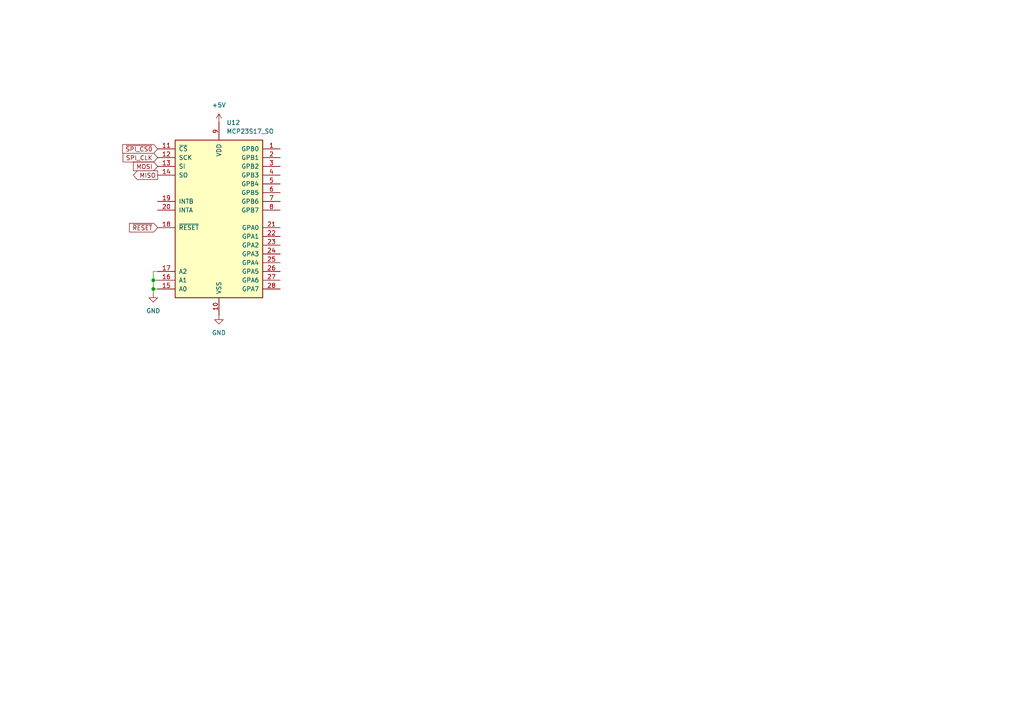
<source format=kicad_sch>
(kicad_sch (version 20231120) (generator "eeschema") (generator_version "8.0")
  (paper "A4")
  (lib_symbols
    (symbol "Interface_Expansion:MCP23S17_SO" (pin_names (offset 1.016))
      (property "Reference" "U" (at -11.43 24.13 0))
      (property "Value" "MCP23S17_SO" (at 0 0 0))
      (symbol "MCP23S17_SO_0_1"
        (rectangle (start -12.7 22.86) (end 12.7 -22.86) (stroke (width 0.254)) (fill (type background)))
      )
      (symbol "MCP23S17_SO_1_1"
        (pin bidirectional line (at 17.78 20.32 180) (length 5.08) (name "GPB0") (number "1"))
        (pin power_in line (at 0 -27.94 90) (length 5.08) (name "VSS") (number "10"))
        (pin input line (at -17.78 20.32 0) (length 5.08) (name "~{CS}") (number "11"))
        (pin input line (at -17.78 17.78 0) (length 5.08) (name "SCK") (number "12"))
        (pin input line (at -17.78 15.24 0) (length 5.08) (name "SI") (number "13"))
        (pin output line (at -17.78 12.7 0) (length 5.08) (name "SO") (number "14"))
        (pin input line (at -17.78 -20.32 0) (length 5.08) (name "A0") (number "15"))
        (pin input line (at -17.78 -17.78 0) (length 5.08) (name "A1") (number "16"))
        (pin input line (at -17.78 -15.24 0) (length 5.08) (name "A2") (number "17"))
        (pin input line (at -17.78 -2.54 0) (length 5.08) (name "~{RESET}") (number "18"))
        (pin tri_state line (at -17.78 5.08 0) (length 5.08) (name "INTB") (number "19"))
        (pin bidirectional line (at 17.78 17.78 180) (length 5.08) (name "GPB1") (number "2"))
        (pin tri_state line (at -17.78 2.54 0) (length 5.08) (name "INTA") (number "20"))
        (pin bidirectional line (at 17.78 -2.54 180) (length 5.08) (name "GPA0") (number "21"))
        (pin bidirectional line (at 17.78 -5.08 180) (length 5.08) (name "GPA1") (number "22"))
        (pin bidirectional line (at 17.78 -7.62 180) (length 5.08) (name "GPA2") (number "23"))
        (pin bidirectional line (at 17.78 -10.16 180) (length 5.08) (name "GPA3") (number "24"))
        (pin bidirectional line (at 17.78 -12.7 180) (length 5.08) (name "GPA4") (number "25"))
        (pin bidirectional line (at 17.78 -15.24 180) (length 5.08) (name "GPA5") (number "26"))
        (pin bidirectional line (at 17.78 -17.78 180) (length 5.08) (name "GPA6") (number "27"))
        (pin bidirectional line (at 17.78 -20.32 180) (length 5.08) (name "GPA7") (number "28"))
        (pin bidirectional line (at 17.78 15.24 180) (length 5.08) (name "GPB2") (number "3"))
        (pin bidirectional line (at 17.78 12.7 180) (length 5.08) (name "GPB3") (number "4"))
        (pin bidirectional line (at 17.78 10.16 180) (length 5.08) (name "GPB4") (number "5"))
        (pin bidirectional line (at 17.78 7.62 180) (length 5.08) (name "GPB5") (number "6"))
        (pin bidirectional line (at 17.78 5.08 180) (length 5.08) (name "GPB6") (number "7"))
        (pin bidirectional line (at 17.78 2.54 180) (length 5.08) (name "GPB7") (number "8"))
        (pin power_in line (at 0 27.94 270) (length 5.08) (name "VDD") (number "9"))
      )
    )
    (symbol "power:+5V" (power) (pin_numbers hide) (pin_names (offset 0) hide)
      (property "Value" "+5V" (at 0 3.556 0))
      (symbol "+5V_0_1"
        (polyline (pts (xy -0.762 1.27) (xy 0 2.54)))
        (polyline (pts (xy 0 0) (xy 0 2.54)))
        (polyline (pts (xy 0 2.54) (xy 0.762 1.27)))
      )
      (symbol "+5V_1_1"
        (pin power_in line (at 0 0 90) (length 0) (name "~") (number "1"))
      )
    )
    (symbol "power:GND" (power) (pin_numbers hide) (pin_names (offset 0) hide)
      (property "Value" "GND" (at 0 -3.81 0))
      (symbol "GND_0_1"
        (polyline (pts (xy 0 0) (xy 0 -1.27) (xy 1.27 -1.27) (xy 0 -2.54) (xy -1.27 -1.27) (xy 0 -1.27)))
      )
      (symbol "GND_1_1"
        (pin power_in line (at 0 0 270) (length 0) (name "~") (number "1"))
      )
    )
  )
  (junction (at 44.45 81.28))
  (junction (at 44.45 83.82))
  (wire (pts (xy 44.45 78.74) (xy 45.72 78.74)))
  (wire (pts (xy 44.45 83.82) (xy 45.72 83.82)))
  (wire (pts (xy 44.45 81.28) (xy 44.45 78.74)))
  (wire (pts (xy 44.45 83.82) (xy 44.45 81.28)))
  (wire (pts (xy 44.45 81.28) (xy 45.72 81.28)))
  (wire (pts (xy 44.45 85.09) (xy 44.45 83.82)))
  (global_label "~{SPI_CS0}" (shape input) (at 45.72 43.18 180) (property "Intersheetrefs" "${INTERSHEET_REFS}" (at 34.9939 43.18 0) (effects (justify right))))
  (global_label "MOSI" (shape input) (at 45.72 48.26 180) (property "Intersheetrefs" "${INTERSHEET_REFS}" (at 38.1386 48.26 0) (effects (justify right))))
  (global_label "MISO" (shape output) (at 45.72 50.8 180) (property "Intersheetrefs" "${INTERSHEET_REFS}" (at 38.1386 50.8 0) (effects (justify right))))
  (global_label "~{RESET}" (shape input) (at 45.72 66.04 180) (property "Intersheetrefs" "${INTERSHEET_REFS}" (at 36.9897 66.04 0) (effects (justify right))))
  (global_label "SPI_CLK" (shape input) (at 45.72 45.72 180) (property "Intersheetrefs" "${INTERSHEET_REFS}" (at 35.1148 45.72 0) (effects (justify right))))
  (symbol (lib_id "power:GND") (at 44.45 85.09 0) (unit 1)
    (property "Reference" "#PWR021" (effects (hide yes)))
    (property "Value" "GND" (at 44.45 90.17 0))
    (property "Description" "Power symbol creates a global label with name \"GND\" , ground" (effects (hide yes)))
  )
  (symbol (lib_id "Interface_Expansion:MCP23S17_SO") (at 63.5 63.5 0) (unit 1)
    (property "Reference" "U12" (at 65.6941 35.56 0) (effects (justify left)))
    (property "Value" "MCP23S17_SO" (at 65.6941 38.1 0) (effects (justify left)))
    (property "Footprint" "Package_SO:SOIC-28W_7.5x17.9mm_P1.27mm" (effects (hide yes)))
    (property "Datasheet" "http://ww1.microchip.com/downloads/en/DeviceDoc/20001952C.pdf" (effects (hide yes)))
    (property "Description" "16-bit I/O expander, SPI, interrupts, w pull-ups, SOIC-28" (effects (hide yes)))
  )
  (symbol (lib_id "power:GND") (at 63.5 91.44 0) (unit 1)
    (property "Reference" "#PWR018" (effects (hide yes)))
    (property "Value" "GND" (at 63.5 96.52 0))
    (property "Description" "Power symbol creates a global label with name \"GND\" , ground" (effects (hide yes)))
  )
  (symbol (lib_id "power:+5V") (at 63.5 35.56 0) (unit 1)
    (property "Reference" "#PWR019" (effects (hide yes)))
    (property "Value" "+5V" (at 63.5 30.48 0))
    (property "Description" "Power symbol creates a global label with name \"+5V\"" (effects (hide yes)))
  )
)
</source>
